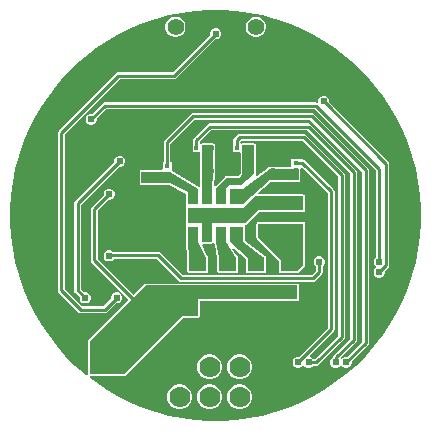
<source format=gtl>
%FSTAX23Y23*%
%MOIN*%
%SFA1B1*%

%IPPOS*%
%ADD13R,0.039370X0.037400*%
%ADD14R,0.029530X0.011810*%
%ADD15R,0.017720X0.011810*%
%ADD16R,0.037400X0.039370*%
%ADD17R,0.011810X0.029530*%
%ADD18R,0.011810X0.017720*%
%ADD19R,0.032280X0.049210*%
%ADD20R,0.044490X0.049210*%
%ADD21R,0.182680X0.049210*%
%ADD22R,0.055120X0.045280*%
%ADD36C,0.010000*%
%ADD37C,0.055120*%
%ADD38C,0.024000*%
%ADD39C,0.070000*%
%LNpcb1-1*%
%LPD*%
G36*
X03372Y02421D02*
X0304D01*
Y02365*
X0299*
X02795Y0217*
X0268*
Y0228*
X02866Y02466*
X03372*
Y02421*
G37*
G36*
X03167Y03381D02*
X03211Y03375D01*
X03255Y03367*
X03298Y03355*
X03341Y03341*
X03382Y03324*
X03422Y03304*
X03461Y03281*
X03499Y03256*
X03534Y03229*
X03568Y032*
X036Y03168*
X03629Y03134*
X03656Y03099*
X03681Y03061*
X03704Y03022*
X03724Y02982*
X03741Y02941*
X03755Y02898*
X03767Y02855*
X03775Y02811*
X03781Y02767*
X03784Y02722*
Y02677*
X03781Y02632*
X03775Y02588*
X03767Y02544*
X03755Y02501*
X03741Y02458*
X03724Y02417*
X03704Y02377*
X03681Y02338*
X03656Y023*
X03629Y02265*
X036Y02231*
X03568Y02199*
X03534Y0217*
X03499Y02143*
X03461Y02118*
X03422Y02095*
X03382Y02075*
X03341Y02058*
X03298Y02044*
X03255Y02032*
X03211Y02024*
X03167Y02018*
X03122Y02015*
X03077*
X03032Y02018*
X02988Y02024*
X02944Y02032*
X02901Y02044*
X02858Y02058*
X02817Y02075*
X02777Y02095*
X02738Y02118*
X027Y02143*
X0268Y02158*
X02682Y02163*
X02795*
X02799Y02165*
X02992Y02358*
X0304*
X03044Y0236*
X03046Y02365*
Y02414*
X03372*
X03373Y02415*
X03378*
Y02419*
X03379Y02421*
Y02466*
X03378Y02467*
Y02472*
X03373*
X03372Y02472*
X02866*
X02861Y0247*
X02825Y02435*
X02706Y02554*
Y02715*
X02742Y02752*
X02748*
X02755Y02754*
X0276Y02759*
X02763Y02766*
Y02773*
X0276Y0278*
X02755Y02785*
X02748Y02788*
X02741*
X02734Y02785*
X02729Y0278*
X02727Y02773*
Y02767*
X02687Y02727*
X02684Y02724*
X02683Y0272*
Y0255*
X02684Y02545*
X02687Y02542*
X02809Y02419*
X02675Y02284*
X02673Y0228*
Y0217*
X02672Y02169*
X02669Y02167*
X02665Y0217*
X02631Y02199*
X02599Y02231*
X0257Y02265*
X02543Y023*
X02518Y02338*
X02495Y02377*
X02475Y02417*
X02458Y02458*
X02444Y02501*
X02432Y02544*
X02424Y02588*
X02418Y02632*
X02415Y02677*
Y02722*
X02418Y02767*
X02424Y02811*
X02432Y02855*
X02444Y02898*
X02458Y02941*
X02475Y02982*
X02495Y03022*
X02518Y03061*
X02543Y03099*
X0257Y03134*
X02599Y03168*
X02631Y032*
X02665Y03229*
X027Y03256*
X02738Y03281*
X02777Y03304*
X02817Y03324*
X02858Y03341*
X02901Y03355*
X02944Y03367*
X02988Y03375*
X03032Y03381*
X03077Y03384*
X03122*
X03167Y03381*
G37*
%LNpcb1-2*%
%LPC*%
G36*
X03238Y03362D02*
X03229D01*
X0322Y0336*
X03213Y03355*
X03207Y03349*
X03202Y03341*
X032Y03333*
Y03324*
X03202Y03315*
X03207Y03308*
X03213Y03302*
X0322Y03297*
X03229Y03295*
X03238*
X03246Y03297*
X03254Y03302*
X0326Y03308*
X03265Y03315*
X03267Y03324*
Y03333*
X03265Y03341*
X0326Y03349*
X03254Y03355*
X03246Y0336*
X03238Y03362*
G37*
G36*
X0297D02*
X02961D01*
X02953Y0336*
X02945Y03355*
X02939Y03349*
X02934Y03341*
X02932Y03333*
Y03324*
X02934Y03315*
X02939Y03308*
X02945Y03302*
X02953Y03297*
X02961Y03295*
X0297*
X02979Y03297*
X02986Y03302*
X02993Y03308*
X02997Y03315*
X02999Y03324*
Y03333*
X02997Y03341*
X02993Y03349*
X02986Y03355*
X02979Y0336*
X0297Y03362*
G37*
G36*
X03103Y03323D02*
X03096D01*
X03089Y0332*
X03084Y03315*
X03082Y03308*
Y03302*
X02956Y03177*
X02775*
X02771Y03176*
X02767Y03173*
Y03173*
X02577Y02982*
X02574Y02979*
X02573Y02975*
X02573*
Y0245*
X02573*
X02574Y02445*
X02577Y02442*
X02642Y02377*
X02645Y02374*
X0265Y02373*
X0273*
Y02373*
X02734Y02374*
X02737Y02377*
X02767Y02407*
X02773*
X0278Y02409*
X02785Y02414*
X02788Y02421*
Y02428*
X02785Y02435*
X0278Y0244*
X02773Y02443*
X02766*
X02759Y0244*
X02754Y02435*
X02752Y02428*
Y02422*
X02725Y02396*
X02654*
X02596Y02454*
Y0297*
X0278Y03154*
X0296*
X02965Y03155*
X02968Y03157*
X03097Y03287*
X03103*
X0311Y03289*
X03115Y03294*
X03118Y03301*
Y03308*
X03115Y03315*
X0311Y0332*
X03103Y03323*
G37*
G36*
X03463Y03098D02*
X03456D01*
X03449Y03095*
X03444Y0309*
X03442Y03083*
Y03079*
X03441Y03078*
X03437Y03075*
X03435Y03076*
X0273*
X02725Y03075*
X02722Y03072*
X02687Y03038*
X02681*
X02674Y03035*
X02669Y0303*
X02667Y03023*
Y03016*
X02669Y03009*
X02674Y03004*
X02681Y03002*
X02688*
X02695Y03004*
X027Y03009*
X02703Y03016*
Y03022*
X02734Y03053*
X0343*
X03633Y0285*
Y02559*
X03629Y02555*
X03627Y02548*
Y02541*
X03629Y02534*
X03634Y0253*
X03634Y02527*
X03634Y02524*
X03629Y0252*
X03627Y02513*
Y02506*
X03629Y02499*
X03634Y02494*
X03641Y02492*
X03648*
X03655Y02494*
X0366Y02499*
X03663Y02506*
Y02512*
X03675Y02525*
X03678Y02528*
X03679Y02533*
X03679*
Y02872*
X03678Y02876*
X03675Y02879*
X03478Y03077*
Y03083*
X03475Y0309*
X0347Y03095*
X03463Y03098*
G37*
G36*
X0342Y03041D02*
Y03041D01*
X03025*
Y03041*
X0302Y0304*
X03017Y03037*
X0293Y02951*
X02928Y02947*
X02927Y02943*
Y02943*
Y02876*
X02923*
Y02853*
X02919Y02851*
X02852*
X02851Y02851*
X02846*
Y02846*
X02846Y02845*
Y02807*
X02846Y02806*
Y02801*
X02851*
X02852Y02801*
X02945*
X03002Y02772*
Y02738*
X03002Y02737*
Y02732*
Y02725*
X03002Y02724*
Y02675*
X03002Y02674*
Y02669*
Y02667*
Y02662*
X03002Y02661*
Y02612*
X03002Y02612*
X03002Y02611*
X03005Y02558*
Y02513*
X03006Y02512*
Y02507*
X03011*
X03012Y02507*
X03067*
X03068Y02507*
X03073*
Y02512*
X03074Y02513*
Y02558*
X03073Y0256*
Y02564*
X03071*
X03053Y02601*
X03053Y02601*
X03057Y02605*
X03087*
X03088Y02606*
X03093*
X03096Y02602*
X03105Y02558*
Y02513*
X03106Y02512*
Y02507*
X03111*
X03112Y02507*
X03167*
X03168Y02507*
X03173*
Y02512*
X03174Y02513*
Y02558*
X03173Y0256*
Y02564*
X03171*
X03155Y02589*
X03159Y02592*
X032Y02555*
Y02513*
X03201Y02512*
Y02507*
X03206*
X03207Y02507*
X03262*
X03263Y02507*
X03268*
Y02512*
X03269Y02513*
Y02558*
X03268Y02559*
X03268Y02559*
X03268Y0256*
Y02564*
X03265*
X03197Y02615*
Y02661*
X03197Y02662*
Y02664*
X03199Y02668*
X03201Y02669*
X03203Y0267*
X03245Y02712*
X03392*
X03393Y02712*
X03398*
Y02717*
X03399Y02718*
Y02763*
X03398Y02765*
Y02769*
X03393*
X03392Y0277*
X03244*
X03242Y02775*
X03284Y02812*
X03376*
X03377Y02812*
X03382*
Y02817*
X03382Y02818*
Y02855*
X03383Y02858*
X03389Y02859*
X03473Y02775*
Y02324*
X03377Y02228*
X03371*
X03364Y02225*
X03359Y0222*
X03357Y02213*
Y02206*
X03359Y02199*
X03364Y02194*
X03371Y02192*
X03378*
X03385Y02194*
X03389Y02199*
X03392Y02199*
X03395Y02199*
X03399Y02194*
X03406Y02192*
X03413*
X0342Y02194*
X03424Y02198*
X03435*
Y02198*
X03439Y02199*
X03442Y02202*
X03527Y02287*
X0353Y0229*
X03531Y02295*
X03531*
Y02835*
X03531*
X0353Y02839*
X03527Y02842*
X03402Y02967*
X03399Y0297*
X03395Y02971*
X0318*
X03175Y0297*
X03172Y02967*
X03162Y02957*
X03159Y02954*
X03158Y0295*
X03158*
Y02939*
X03158*
Y0291*
X03181*
X03183Y02905*
Y02841*
X03176Y02831*
X03135*
X03134Y02831*
X03134Y02831*
X03132Y0283*
X0313Y02829*
X0313Y02829*
X0313Y02829*
X031Y02796*
X03095Y02797*
X03094Y02798*
X03098Y02833*
X03098*
Y02834*
X03098Y02838*
X03098Y02839*
X03098Y02839*
Y02933*
X03098Y02935*
Y02939*
X03093*
X03092Y0294*
X03054*
X03053Y02939*
X03048*
X03046Y02943*
Y02945*
X03084Y02983*
X03405*
X03548Y0284*
Y02289*
X03493Y02234*
X03491Y0223*
X0349Y02226*
Y02225*
X03489Y02225*
X03484Y0222*
X03482Y02213*
Y02206*
X03484Y02199*
X03489Y02194*
X03496Y02192*
X03503*
X0351Y02194*
X03514Y02199*
X03517Y02199*
X0352Y02199*
X03524Y02194*
X03531Y02192*
X03538*
X03545Y02194*
X0355Y02199*
X03553Y02206*
Y02212*
X03607Y02267*
X0361Y0227*
X03611Y02275*
Y0285*
X0361Y02854*
X03607Y02857*
X03427Y03037*
X03424Y0304*
X0342Y03041*
G37*
G36*
X03392Y02677D02*
X03242D01*
X03241Y02677*
X03236*
Y02672*
X03235Y02671*
Y02626*
X03236Y02624*
Y0262*
X03239*
X0331Y02548*
Y02513*
X03311Y02512*
Y02507*
X03316*
X03317Y02507*
X03372*
X03373Y02507*
X03378*
Y0251*
X03397Y02529*
X03399Y02533*
Y02671*
X03398Y02672*
Y02677*
X03393*
X03392Y02677*
G37*
G36*
X02748Y02583D02*
X02741D01*
X02734Y0258*
X02729Y02575*
X02727Y02568*
Y02561*
X02729Y02554*
X02734Y02549*
X02741Y02547*
X02748*
X02755Y02549*
X0276Y02554*
X0276Y02555*
X02903*
X02977Y02482*
X0298Y02479*
X02985Y02478*
X03425*
Y02478*
X03429Y02479*
X03432Y02482*
X03452Y02502*
X03455Y02505*
X03456Y0251*
X03456*
Y0253*
X0346Y02534*
X03463Y02541*
Y02548*
X0346Y02555*
X03455Y0256*
X03448Y02563*
X03441*
X03434Y0256*
X03429Y02555*
X03427Y02548*
Y02541*
X03429Y02534*
X03433Y0253*
Y02514*
X0342Y02501*
X02989*
X02916Y02574*
X02912Y02577*
X02908Y02578*
X02757*
X02755Y0258*
X02748Y02583*
G37*
G36*
X02783Y02898D02*
X02776D01*
X02769Y02895*
X02764Y0289*
X02762Y02883*
Y02877*
X02632Y02747*
X02629Y02744*
X02628Y0274*
Y0245*
X02629Y02445*
X02632Y02442*
X02647Y02427*
Y02421*
X02649Y02414*
X02654Y02409*
X02661Y02407*
X02668*
X02675Y02409*
X0268Y02414*
X02683Y02421*
Y02428*
X0268Y02435*
X02675Y0244*
X02668Y02443*
X02662*
X02651Y02454*
Y02735*
X02777Y02862*
X02783*
X0279Y02864*
X02795Y02869*
X02798Y02876*
Y02883*
X02795Y0289*
X0279Y02895*
X02783Y02898*
G37*
G36*
X03185Y02236D02*
X03174D01*
X03164Y02233*
X03154Y02227*
X03147Y0222*
X03141Y0221*
X03139Y022*
Y02189*
X03141Y02179*
X03147Y02169*
X03154Y02162*
X03164Y02156*
X03174Y02154*
X03185*
X03195Y02156*
X03205Y02162*
X03212Y02169*
X03218Y02179*
X03221Y02189*
Y022*
X03218Y0221*
X03212Y0222*
X03205Y02227*
X03195Y02233*
X03185Y02236*
G37*
G36*
X03085D02*
X03074D01*
X03064Y02233*
X03054Y02227*
X03047Y0222*
X03041Y0221*
X03039Y022*
Y02189*
X03041Y02179*
X03047Y02169*
X03054Y02162*
X03064Y02156*
X03074Y02154*
X03085*
X03095Y02156*
X03105Y02162*
X03112Y02169*
X03118Y02179*
X03121Y02189*
Y022*
X03118Y0221*
X03112Y0222*
X03105Y02227*
X03095Y02233*
X03085Y02236*
G37*
G36*
X03185Y02136D02*
X03174D01*
X03164Y02133*
X03154Y02127*
X03147Y0212*
X03141Y0211*
X03139Y021*
Y02089*
X03141Y02079*
X03147Y02069*
X03154Y02062*
X03164Y02056*
X03174Y02054*
X03185*
X03195Y02056*
X03205Y02062*
X03212Y02069*
X03218Y02079*
X03221Y02089*
Y021*
X03218Y0211*
X03212Y0212*
X03205Y02127*
X03195Y02133*
X03185Y02136*
G37*
G36*
X03085D02*
X03074D01*
X03064Y02133*
X03054Y02127*
X03047Y0212*
X03041Y0211*
X03039Y021*
Y02089*
X03041Y02079*
X03047Y02069*
X03054Y02062*
X03064Y02056*
X03074Y02054*
X03085*
X03095Y02056*
X03105Y02062*
X03112Y02069*
X03118Y02079*
X03121Y02089*
Y021*
X03118Y0211*
X03112Y0212*
X03105Y02127*
X03095Y02133*
X03085Y02136*
G37*
G36*
X02985D02*
X02974D01*
X02964Y02133*
X02954Y02127*
X02947Y0212*
X02941Y0211*
X02939Y021*
Y02089*
X02941Y02079*
X02947Y02069*
X02954Y02062*
X02964Y02056*
X02974Y02054*
X02985*
X02995Y02056*
X03005Y02062*
X03012Y02069*
X03018Y02079*
X03021Y02089*
Y021*
X03018Y0211*
X03012Y0212*
X03005Y02127*
X02995Y02133*
X02985Y02136*
G37*
%LNpcb1-3*%
%LPD*%
G36*
X03376Y02818D02*
X03281D01*
X03191Y02738*
X03146*
Y02787*
X03191*
X03281Y02855*
X03376*
Y02818*
G37*
G36*
X03227Y02839D02*
X03185Y028D01*
X03145*
X03133Y02787*
Y02738*
X031*
Y02787*
X03135Y02825*
X0318*
X03189Y02839*
Y02933*
X03227*
Y02839*
G37*
G36*
X03092D02*
X03087Y02787D01*
Y02738*
X03054*
Y02787*
X03054Y02839*
Y02933*
X03092*
Y02839*
G37*
G36*
X0304Y02787D02*
Y02738D01*
X03008*
Y02776*
X02947Y02807*
X02852*
Y02845*
X02947*
X0304Y02787*
G37*
G36*
X03392Y02718D02*
X03242D01*
X03199Y02675*
X03087*
Y02612*
X03054*
Y02675*
X03008*
Y02724*
X03191*
X0323Y02763*
X03392*
Y02718*
G37*
G36*
X03191Y02612D02*
X03262Y02558D01*
Y02513*
X03207*
Y02558*
X03146Y02612*
Y02661*
X03191*
Y02612*
G37*
G36*
X03133D02*
X03167Y02558D01*
Y02513*
X03112*
Y02558*
X031Y02612*
Y02661*
X03133*
Y02612*
G37*
G36*
X0304D02*
X03067Y02558D01*
Y02513*
X03012*
Y02558*
X03008Y02612*
Y02661*
X0304*
Y02612*
G37*
G36*
X03588Y02845D02*
Y02279D01*
X03537Y02228*
X03531*
X03524Y02225*
X03522Y02223*
X0352Y02222*
X03516Y02224*
X03516Y02225*
X03567Y02277*
X0357Y0228*
X03571Y02285*
X03571*
Y02845*
X03571*
X0357Y02849*
X03567Y02852*
X03417Y03002*
X03414Y03005*
X0341Y03006*
X0308*
X03075Y03005*
X03072Y03002*
X03027Y02957*
X03024Y02954*
X03023Y0295*
X03023*
Y02939*
X03023*
Y0291*
X03046*
X03048Y02905*
Y02839*
X03048Y02798*
X03044Y02794*
X03043Y02793*
X02954Y02848*
X02953Y02853*
Y02856*
Y02876*
X02949*
Y02938*
X03029Y03018*
X03415*
X03588Y02845*
G37*
G36*
X03508Y0283D02*
Y02299D01*
X0343Y02221*
X03424*
X0342Y02225*
X03415Y02227*
X03413Y02232*
X03492Y02312*
X03495Y02315*
X03496Y0232*
Y0278*
X03495Y02784*
X03492Y02787*
X03397Y02883*
X03393Y02885*
X03389Y02886*
X03382*
Y02887*
X03352*
Y02863*
X03348Y02862*
X03281*
X0328Y02861*
X03275*
Y02859*
X03236Y0283*
X03233Y02833*
Y02838*
X03233Y02839*
X03233Y02839*
X03233Y02839*
Y02933*
X03233Y02935*
Y02939*
X03228*
X03227Y0294*
X03189*
X03188Y02939*
X03183*
X03181Y02943*
Y02945*
X03184Y02948*
X0339*
X03508Y0283*
G37*
G36*
X03392Y02533D02*
X03372Y02513D01*
X03317*
Y02551*
X03242Y02626*
Y02671*
X03392*
Y02533*
G37*
G54D13*
X029Y02826D03*
X03328Y02837D03*
G54D14*
X029Y02865D03*
X03328Y02875D03*
G54D15*
X02861Y02813D03*
Y02839D03*
Y02865D03*
X02938D03*
Y02839D03*
Y02813D03*
X0329Y02824D03*
Y0285D03*
Y02875D03*
X03367D03*
Y0285D03*
Y02824D03*
G54D16*
X03073Y02886D03*
X03208D03*
G54D17*
X03035Y02886D03*
X0317D03*
G54D18*
X03086Y02848D03*
X0306D03*
X03035D03*
Y02925D03*
X0306D03*
X03086D03*
X03221Y02848D03*
X03195D03*
X0317D03*
Y02925D03*
X03195D03*
X03221D03*
G54D19*
X03024Y02637D03*
Y02762D03*
X0307Y02637D03*
Y02762D03*
X03116Y02637D03*
Y02762D03*
G54D20*
X03169Y02637D03*
Y02762D03*
G54D21*
X031Y027D03*
G54D22*
X0327Y02741D03*
Y02648D03*
X03365Y02741D03*
Y02648D03*
X0304Y02536D03*
Y02443D03*
X0314Y02536D03*
Y02443D03*
X03235Y02536D03*
Y02443D03*
X03345Y02536D03*
Y02443D03*
G54D36*
X0273Y02385D02*
X0277Y02425D01*
X0265Y02385D02*
X0273D01*
X0341Y02995D02*
X0356Y02845D01*
X03501Y02226D02*
X0356Y02285D01*
Y02845*
X035Y0221D02*
X03501Y02211D01*
Y02226*
X0308Y02995D02*
X0341D01*
X03025Y0303D02*
X0342D01*
X036Y02275D02*
Y0285D01*
X0342Y0303D02*
X036Y0285D01*
X02938Y02865D02*
Y02943D01*
X03025Y0303*
X03035Y0295D02*
X0308Y02995D01*
X0352Y02295D02*
Y02835D01*
X0341Y0221D02*
X03435D01*
X0352Y02295*
X03395Y0296D02*
X0352Y02835D01*
X03535Y0221D02*
X036Y02275D01*
X0273Y03065D02*
X03435D01*
X03645Y02545D02*
Y02855D01*
X03435Y03065D02*
X03645Y02855D01*
X02685Y0302D02*
X0273Y03065D01*
X0264Y0274D02*
X0278Y0288D01*
X0264Y0245D02*
Y0274D01*
X02695Y0255D02*
Y0272D01*
Y0255D02*
X0283Y02415D01*
X02695Y0272D02*
X02745Y0277D01*
X02585Y0245D02*
Y02975D01*
X02775Y03165D02*
X0296D01*
X02585Y02975D02*
X02775Y03165D01*
X02585Y0245D02*
X0265Y02385D01*
X0296Y03165D02*
X031Y03305D01*
X0346Y0308D02*
X03668Y02872D01*
Y02533D02*
Y02872D01*
X03645Y0251D02*
X03668Y02533D01*
X03035Y02925D02*
X03035Y02925D01*
X0318Y0296D02*
X03395D01*
X03035Y02925D02*
Y02928D01*
X0264Y0245D02*
X02665Y02425D01*
X02745Y02565D02*
X02746Y02566D01*
X02908*
X03445Y0251D02*
Y02545D01*
X03425Y0249D02*
X03445Y0251D01*
X03389Y02875D02*
X03485Y0278D01*
Y0232D02*
Y0278D01*
X03375Y0221D02*
X03485Y0232D01*
X03367Y02875D02*
X03389D01*
X03035Y02925D02*
Y0295D01*
X0317Y02925D02*
Y0295D01*
X0318Y0296*
X02985Y0249D02*
X03425D01*
X02908Y02566D02*
X02985Y0249D01*
G54D37*
X02966Y03328D03*
X03233D03*
G54D38*
X0277Y02425D03*
X0278Y0288D03*
X031Y03305D03*
X0346Y0308D03*
X02685Y0302D03*
X02745Y02565D03*
X02665Y02425D03*
X03645Y02545D03*
Y0251D03*
X027Y0225D03*
Y0222D03*
Y0219D03*
X03445Y02545D03*
X03135Y02865D03*
X03015Y0239D03*
X02745Y0277D03*
X0343Y0245D03*
X03Y0287D03*
X0331Y0291D03*
X02875Y029D03*
X03535Y0221D03*
X03375D03*
X035D03*
X0341D03*
G54D39*
X0298Y02095D03*
X0318D03*
X0308D03*
X0298Y02195D03*
X0318D03*
X0308D03*
M02*
</source>
